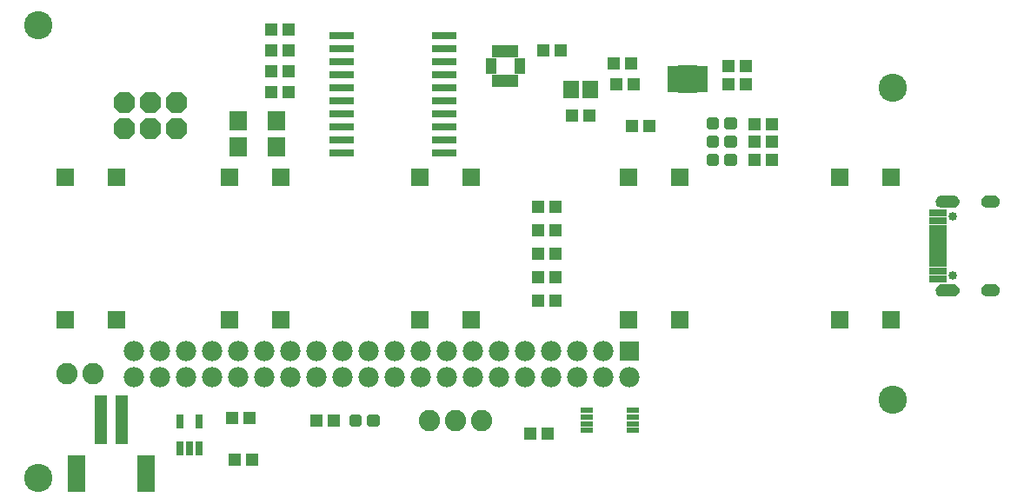
<source format=gbr>
G04 EAGLE Gerber RS-274X export*
G75*
%MOMM*%
%FSLAX34Y34*%
%LPD*%
%INSoldermask Top*%
%IPPOS*%
%AMOC8*
5,1,8,0,0,1.08239X$1,22.5*%
G01*
%ADD10C,2.743200*%
%ADD11R,1.303200X0.603200*%
%ADD12R,0.503200X1.155600*%
%ADD13R,1.054000X0.503200*%
%ADD14P,2.254402X8X202.500000*%
%ADD15R,2.403200X0.803200*%
%ADD16R,1.303200X1.203200*%
%ADD17C,2.082800*%
%ADD18R,0.753200X1.403200*%
%ADD19R,1.753200X1.803200*%
%ADD20R,1.981200X1.981200*%
%ADD21C,1.981200*%
%ADD22R,1.003200X0.553200*%
%ADD23R,1.903200X2.703200*%
%ADD24C,0.505344*%
%ADD25R,1.503200X1.703200*%
%ADD26R,1.203200X4.803200*%
%ADD27R,1.803200X3.603200*%
%ADD28R,1.653200X0.503200*%
%ADD29R,1.653200X0.803200*%
%ADD30R,1.653200X0.753200*%
%ADD31C,0.853200*%
%ADD32R,1.727200X1.879600*%

G36*
X955005Y225114D02*
X955005Y225114D01*
X955008Y225111D01*
X956275Y225316D01*
X956281Y225322D01*
X956286Y225319D01*
X957475Y225801D01*
X957479Y225808D01*
X957485Y225806D01*
X958538Y226540D01*
X958540Y226548D01*
X958546Y226547D01*
X959409Y227497D01*
X959410Y227506D01*
X959415Y227506D01*
X960045Y228625D01*
X960044Y228633D01*
X960050Y228635D01*
X960415Y229865D01*
X960412Y229872D01*
X960416Y229875D01*
X960415Y229875D01*
X960417Y229876D01*
X960499Y231157D01*
X960497Y231161D01*
X960499Y231163D01*
X960417Y232444D01*
X960411Y232450D01*
X960415Y232455D01*
X960050Y233685D01*
X960043Y233690D01*
X960045Y233695D01*
X959415Y234814D01*
X959408Y234817D01*
X959409Y234823D01*
X958546Y235773D01*
X958538Y235774D01*
X958538Y235780D01*
X957485Y236514D01*
X957477Y236514D01*
X957475Y236519D01*
X956286Y237001D01*
X956278Y236999D01*
X956275Y237004D01*
X955008Y237209D01*
X955003Y237206D01*
X955000Y237209D01*
X943000Y237209D01*
X942996Y237206D01*
X942993Y237209D01*
X941713Y237014D01*
X941707Y237008D01*
X941703Y237011D01*
X940499Y236536D01*
X940494Y236529D01*
X940489Y236531D01*
X939421Y235800D01*
X939418Y235793D01*
X939412Y235793D01*
X938533Y234843D01*
X938533Y234835D01*
X938527Y234834D01*
X937882Y233713D01*
X937883Y233704D01*
X937877Y233702D01*
X937498Y232465D01*
X937498Y232463D01*
X937497Y232462D01*
X937500Y232458D01*
X937500Y232457D01*
X937496Y232454D01*
X937401Y231164D01*
X937404Y231159D01*
X937401Y231157D01*
X937468Y230026D01*
X937473Y230021D01*
X937469Y230017D01*
X937756Y228920D01*
X937762Y228916D01*
X937759Y228911D01*
X938254Y227892D01*
X938260Y227889D01*
X938259Y227884D01*
X938943Y226981D01*
X938950Y226979D01*
X938950Y226974D01*
X939797Y226221D01*
X939804Y226221D01*
X939805Y226216D01*
X940782Y225643D01*
X940789Y225644D01*
X940791Y225639D01*
X941862Y225268D01*
X941868Y225271D01*
X941871Y225266D01*
X942993Y225111D01*
X942998Y225114D01*
X943000Y225111D01*
X955000Y225111D01*
X955005Y225114D01*
G37*
G36*
X955005Y138714D02*
X955005Y138714D01*
X955008Y138711D01*
X956275Y138916D01*
X956281Y138922D01*
X956286Y138919D01*
X957475Y139401D01*
X957479Y139408D01*
X957485Y139406D01*
X958538Y140140D01*
X958540Y140148D01*
X958546Y140147D01*
X959409Y141097D01*
X959410Y141106D01*
X959415Y141106D01*
X960045Y142225D01*
X960044Y142233D01*
X960050Y142235D01*
X960415Y143465D01*
X960412Y143472D01*
X960416Y143475D01*
X960415Y143475D01*
X960417Y143476D01*
X960499Y144757D01*
X960497Y144761D01*
X960499Y144763D01*
X960417Y146044D01*
X960411Y146050D01*
X960415Y146055D01*
X960050Y147285D01*
X960043Y147290D01*
X960045Y147295D01*
X959415Y148414D01*
X959408Y148417D01*
X959409Y148423D01*
X958546Y149373D01*
X958538Y149374D01*
X958538Y149380D01*
X957485Y150114D01*
X957477Y150114D01*
X957475Y150119D01*
X956286Y150601D01*
X956278Y150599D01*
X956275Y150604D01*
X955008Y150809D01*
X955003Y150806D01*
X955000Y150809D01*
X943000Y150809D01*
X942996Y150806D01*
X942993Y150809D01*
X941713Y150614D01*
X941707Y150608D01*
X941703Y150611D01*
X940499Y150136D01*
X940494Y150129D01*
X940489Y150131D01*
X939421Y149400D01*
X939418Y149393D01*
X939412Y149393D01*
X938533Y148443D01*
X938533Y148435D01*
X938527Y148434D01*
X937882Y147313D01*
X937883Y147304D01*
X937877Y147302D01*
X937498Y146065D01*
X937498Y146063D01*
X937497Y146062D01*
X937500Y146059D01*
X937500Y146057D01*
X937496Y146054D01*
X937401Y144764D01*
X937404Y144759D01*
X937401Y144757D01*
X937468Y143626D01*
X937473Y143621D01*
X937469Y143617D01*
X937756Y142520D01*
X937762Y142516D01*
X937759Y142511D01*
X938254Y141492D01*
X938260Y141489D01*
X938259Y141484D01*
X938943Y140581D01*
X938950Y140579D01*
X938950Y140574D01*
X939797Y139821D01*
X939804Y139821D01*
X939805Y139816D01*
X940782Y139243D01*
X940789Y139244D01*
X940791Y139239D01*
X941862Y138868D01*
X941868Y138871D01*
X941871Y138866D01*
X942993Y138711D01*
X942998Y138714D01*
X943000Y138711D01*
X955000Y138711D01*
X955005Y138714D01*
G37*
G36*
X993804Y138713D02*
X993804Y138713D01*
X993806Y138711D01*
X995135Y138866D01*
X995141Y138872D01*
X995145Y138869D01*
X996406Y139316D01*
X996411Y139323D01*
X996416Y139321D01*
X997546Y140038D01*
X997549Y140045D01*
X997555Y140044D01*
X998497Y140995D01*
X998498Y141003D01*
X998504Y141003D01*
X999211Y142139D01*
X999211Y142144D01*
X999212Y142145D01*
X999211Y142147D01*
X999216Y142149D01*
X999652Y143414D01*
X999650Y143422D01*
X999655Y143425D01*
X999799Y144755D01*
X999795Y144761D01*
X999799Y144765D01*
X999689Y145931D01*
X999684Y145936D01*
X999687Y145940D01*
X999352Y147063D01*
X999346Y147067D01*
X999348Y147071D01*
X998800Y148107D01*
X998794Y148110D01*
X998795Y148115D01*
X998056Y149023D01*
X998049Y149025D01*
X998049Y149030D01*
X997147Y149777D01*
X997140Y149777D01*
X997139Y149783D01*
X996108Y150339D01*
X996101Y150338D01*
X996099Y150343D01*
X994980Y150687D01*
X994973Y150685D01*
X994970Y150689D01*
X993805Y150809D01*
X993802Y150807D01*
X993800Y150809D01*
X987800Y150809D01*
X987797Y150807D01*
X987795Y150809D01*
X986619Y150698D01*
X986614Y150693D01*
X986610Y150696D01*
X985478Y150358D01*
X985474Y150352D01*
X985469Y150354D01*
X984425Y149802D01*
X984422Y149795D01*
X984417Y149797D01*
X983501Y149051D01*
X983500Y149044D01*
X983494Y149044D01*
X982741Y148135D01*
X982741Y148127D01*
X982736Y148127D01*
X982175Y147087D01*
X982176Y147080D01*
X982171Y147078D01*
X981824Y145949D01*
X981826Y145943D01*
X981822Y145940D01*
X981701Y144765D01*
X981705Y144758D01*
X981701Y144754D01*
X981858Y143414D01*
X981863Y143408D01*
X981860Y143403D01*
X982311Y142132D01*
X982318Y142127D01*
X982316Y142122D01*
X983038Y140983D01*
X983046Y140980D01*
X983045Y140974D01*
X984003Y140024D01*
X984011Y140023D01*
X984012Y140017D01*
X985157Y139304D01*
X985166Y139305D01*
X985167Y139299D01*
X986443Y138859D01*
X986450Y138861D01*
X986452Y138859D01*
X986453Y138857D01*
X987795Y138711D01*
X987798Y138713D01*
X987800Y138711D01*
X993800Y138711D01*
X993804Y138713D01*
G37*
G36*
X993804Y225113D02*
X993804Y225113D01*
X993806Y225111D01*
X995135Y225266D01*
X995141Y225272D01*
X995145Y225269D01*
X996406Y225716D01*
X996411Y225723D01*
X996416Y225721D01*
X997546Y226438D01*
X997549Y226445D01*
X997555Y226444D01*
X998497Y227395D01*
X998498Y227403D01*
X998504Y227403D01*
X999211Y228539D01*
X999211Y228544D01*
X999212Y228545D01*
X999210Y228547D01*
X999216Y228549D01*
X999652Y229814D01*
X999650Y229822D01*
X999655Y229825D01*
X999799Y231155D01*
X999795Y231161D01*
X999799Y231165D01*
X999689Y232331D01*
X999684Y232336D01*
X999687Y232340D01*
X999352Y233463D01*
X999346Y233467D01*
X999348Y233471D01*
X998800Y234507D01*
X998794Y234510D01*
X998795Y234515D01*
X998056Y235423D01*
X998049Y235425D01*
X998049Y235430D01*
X997147Y236177D01*
X997140Y236177D01*
X997139Y236183D01*
X996108Y236739D01*
X996101Y236738D01*
X996099Y236743D01*
X994980Y237087D01*
X994973Y237085D01*
X994970Y237089D01*
X993805Y237209D01*
X993802Y237207D01*
X993800Y237209D01*
X987800Y237209D01*
X987797Y237207D01*
X987795Y237209D01*
X986619Y237098D01*
X986614Y237093D01*
X986610Y237096D01*
X985478Y236758D01*
X985474Y236752D01*
X985469Y236754D01*
X984425Y236202D01*
X984422Y236195D01*
X984417Y236197D01*
X983501Y235451D01*
X983500Y235444D01*
X983494Y235444D01*
X982741Y234535D01*
X982741Y234527D01*
X982736Y234527D01*
X982175Y233487D01*
X982176Y233480D01*
X982171Y233478D01*
X981824Y232349D01*
X981826Y232343D01*
X981822Y232340D01*
X981701Y231165D01*
X981705Y231158D01*
X981701Y231154D01*
X981858Y229814D01*
X981863Y229808D01*
X981860Y229803D01*
X982311Y228532D01*
X982318Y228527D01*
X982316Y228522D01*
X983038Y227383D01*
X983046Y227380D01*
X983045Y227374D01*
X984003Y226424D01*
X984011Y226423D01*
X984012Y226417D01*
X985157Y225704D01*
X985166Y225705D01*
X985167Y225699D01*
X986443Y225259D01*
X986450Y225261D01*
X986452Y225259D01*
X986453Y225257D01*
X987795Y225111D01*
X987798Y225113D01*
X987800Y225111D01*
X993800Y225111D01*
X993804Y225113D01*
G37*
D10*
X63500Y402590D03*
X63500Y-38100D03*
X895350Y38100D03*
X895350Y341630D03*
D11*
X597260Y27530D03*
X597260Y21030D03*
X597260Y14530D03*
X597260Y8030D03*
X642260Y8030D03*
X642260Y14530D03*
X642260Y21030D03*
X642260Y27530D03*
D12*
X528160Y377482D03*
X523160Y377482D03*
X518160Y377482D03*
X513160Y377482D03*
X508160Y377482D03*
D13*
X504140Y368220D03*
X504140Y363220D03*
X504140Y358220D03*
D12*
X508160Y348958D03*
X513160Y348958D03*
X518160Y348958D03*
X523160Y348958D03*
X528160Y348958D03*
D13*
X532180Y358220D03*
X532180Y363220D03*
X532180Y368220D03*
D14*
X198120Y327660D03*
X198120Y302260D03*
X172720Y327660D03*
X172720Y302260D03*
X147320Y327660D03*
X147320Y302260D03*
D15*
X358940Y392430D03*
X358940Y379730D03*
X358940Y367030D03*
X358940Y354330D03*
X358940Y341630D03*
X358940Y328930D03*
X358940Y316230D03*
X358940Y303530D03*
X358940Y290830D03*
X358940Y278130D03*
X458940Y278130D03*
X458940Y290830D03*
X458940Y303530D03*
X458940Y316230D03*
X458940Y328930D03*
X458940Y341630D03*
X458940Y354330D03*
X458940Y367030D03*
X458940Y379730D03*
X458940Y392430D03*
D16*
X559680Y5080D03*
X542680Y5080D03*
X555380Y378460D03*
X572380Y378460D03*
D17*
X495300Y17780D03*
X469900Y17780D03*
X444500Y17780D03*
D18*
X201320Y-9191D03*
X210820Y-9191D03*
X220320Y-9191D03*
X220320Y16811D03*
X201320Y16811D03*
D16*
X306950Y337820D03*
X289950Y337820D03*
X254390Y-20320D03*
X271390Y-20320D03*
X251850Y20320D03*
X268850Y20320D03*
X289950Y398780D03*
X306950Y398780D03*
X289950Y378460D03*
X306950Y378460D03*
X289950Y358140D03*
X306950Y358140D03*
D19*
X637940Y115670D03*
X687940Y115670D03*
X687940Y255170D03*
X637940Y255170D03*
X89300Y115670D03*
X139300Y115670D03*
X139300Y255170D03*
X89300Y255170D03*
X843680Y115670D03*
X893680Y115670D03*
X893680Y255170D03*
X843680Y255170D03*
X434740Y115670D03*
X484740Y115670D03*
X484740Y255170D03*
X434740Y255170D03*
X249320Y115670D03*
X299320Y115670D03*
X299320Y255170D03*
X249320Y255170D03*
D20*
X638810Y85090D03*
D21*
X638810Y59690D03*
X613410Y85090D03*
X613410Y59690D03*
X588010Y85090D03*
X588010Y59690D03*
X562610Y85090D03*
X562610Y59690D03*
X537210Y85090D03*
X537210Y59690D03*
X511810Y85090D03*
X511810Y59690D03*
X486410Y85090D03*
X486410Y59690D03*
X461010Y85090D03*
X461010Y59690D03*
X435610Y85090D03*
X435610Y59690D03*
X410210Y85090D03*
X410210Y59690D03*
X384810Y85090D03*
X384810Y59690D03*
X359410Y85090D03*
X359410Y59690D03*
X334010Y85090D03*
X334010Y59690D03*
X308610Y85090D03*
X308610Y59690D03*
X283210Y85090D03*
X283210Y59690D03*
X257810Y85090D03*
X257810Y59690D03*
X232410Y85090D03*
X232410Y59690D03*
X207010Y85090D03*
X207010Y59690D03*
X181610Y85090D03*
X181610Y59690D03*
X156210Y85090D03*
X156210Y59690D03*
D22*
X681460Y350520D03*
X681460Y355520D03*
X681460Y360520D03*
X681460Y345520D03*
X681460Y340520D03*
X710460Y340520D03*
X710460Y345520D03*
X710460Y350520D03*
X710460Y355520D03*
X710460Y360520D03*
D23*
X695960Y350520D03*
D16*
X761120Y271780D03*
X778120Y271780D03*
X761120Y289560D03*
X778120Y289560D03*
X761120Y306070D03*
X778120Y306070D03*
D24*
X734260Y303850D02*
X734260Y310830D01*
X741240Y310830D01*
X741240Y303850D01*
X734260Y303850D01*
X734260Y308650D02*
X741240Y308650D01*
X716720Y310830D02*
X716720Y303850D01*
X716720Y310830D02*
X723700Y310830D01*
X723700Y303850D01*
X716720Y303850D01*
X716720Y308650D02*
X723700Y308650D01*
X734260Y293050D02*
X734260Y286070D01*
X734260Y293050D02*
X741240Y293050D01*
X741240Y286070D01*
X734260Y286070D01*
X734260Y290870D02*
X741240Y290870D01*
X716720Y293050D02*
X716720Y286070D01*
X716720Y293050D02*
X723700Y293050D01*
X723700Y286070D01*
X716720Y286070D01*
X716720Y290870D02*
X723700Y290870D01*
X734260Y275270D02*
X734260Y268290D01*
X734260Y275270D02*
X741240Y275270D01*
X741240Y268290D01*
X734260Y268290D01*
X734260Y273090D02*
X741240Y273090D01*
X716720Y275270D02*
X716720Y268290D01*
X716720Y275270D02*
X723700Y275270D01*
X723700Y268290D01*
X716720Y268290D01*
X716720Y273090D02*
X723700Y273090D01*
D16*
X641740Y304800D03*
X658740Y304800D03*
X735720Y345440D03*
X752720Y345440D03*
X735720Y363220D03*
X752720Y363220D03*
D25*
X582320Y340360D03*
X601320Y340360D03*
D16*
X583320Y314960D03*
X600320Y314960D03*
D26*
X144620Y18204D03*
X124620Y18204D03*
D27*
X168620Y-33796D03*
X100620Y-33796D03*
D28*
X939800Y195460D03*
X939800Y190460D03*
D29*
X939800Y220210D03*
D30*
X939800Y212460D03*
D28*
X939800Y205460D03*
X939800Y200460D03*
X939800Y180460D03*
X939800Y185460D03*
D29*
X939800Y155710D03*
D30*
X939800Y163460D03*
D28*
X939800Y170460D03*
X939800Y175460D03*
D31*
X954250Y159060D03*
X954250Y216860D03*
D16*
X623960Y365760D03*
X640960Y365760D03*
X626500Y345440D03*
X643500Y345440D03*
D17*
X91440Y63500D03*
X116840Y63500D03*
D16*
X550300Y226060D03*
X567300Y226060D03*
X550300Y203200D03*
X567300Y203200D03*
X550300Y180340D03*
X567300Y180340D03*
X550300Y157480D03*
X567300Y157480D03*
X550300Y134620D03*
X567300Y134620D03*
D32*
X295656Y309880D03*
X258064Y309880D03*
X295656Y284480D03*
X258064Y284480D03*
D24*
X386280Y21270D02*
X386280Y14290D01*
X386280Y21270D02*
X393260Y21270D01*
X393260Y14290D01*
X386280Y14290D01*
X386280Y19090D02*
X393260Y19090D01*
X368740Y21270D02*
X368740Y14290D01*
X368740Y21270D02*
X375720Y21270D01*
X375720Y14290D01*
X368740Y14290D01*
X368740Y19090D02*
X375720Y19090D01*
D16*
X334400Y17780D03*
X351400Y17780D03*
M02*

</source>
